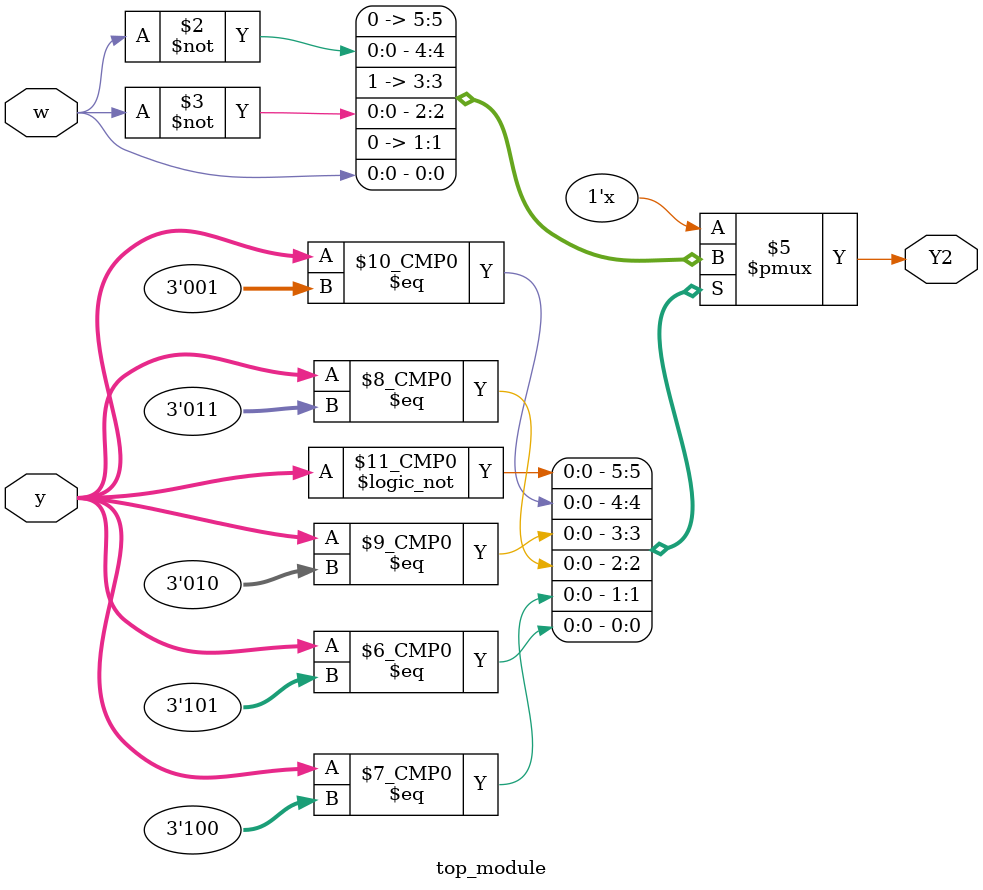
<source format=sv>
module top_module(
    input [3:1] y,
    input w,
    output reg Y2
);

always @(*) begin
    case (y)
        3'b000: Y2 = 1'b0;
        3'b001: Y2 = ~w;
        3'b010: Y2 = 1'b1;
        3'b011: Y2 = ~w;
        3'b100: Y2 = 1'b0;
        3'b101: Y2 = w;
        default: Y2 = 1'bx;
    endcase
end

endmodule

</source>
